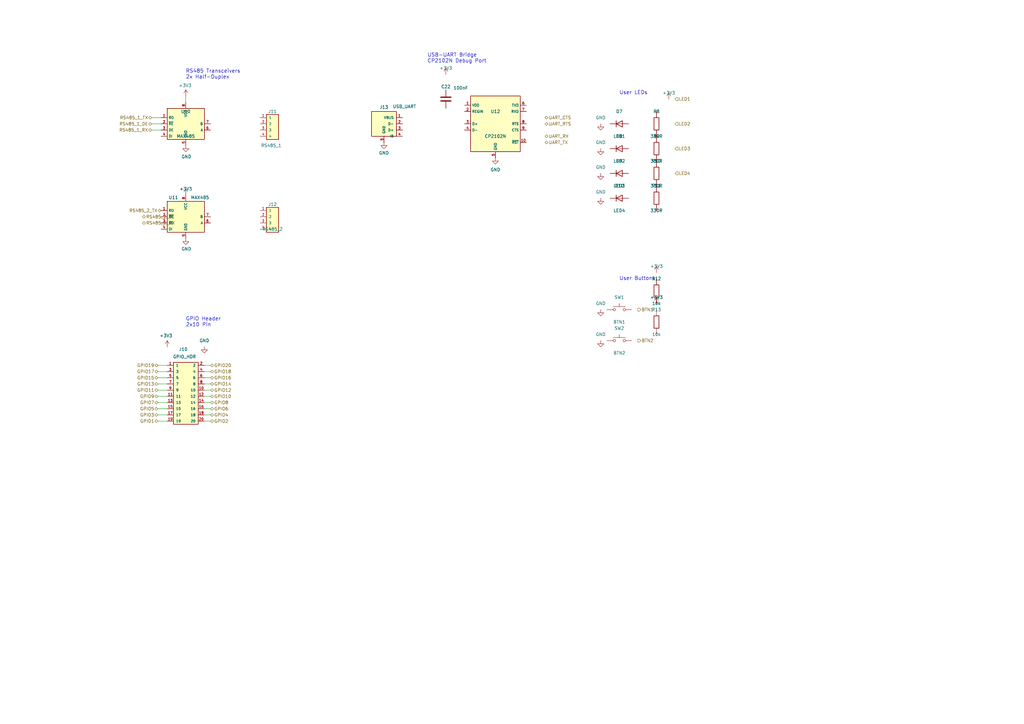
<source format=kicad_sch>
(kicad_sch (version 20250114) (generator "eeschema") (generator_version "9.0")
  (paper "A3")
  (title_block (title "Peripherals Subsystem") (date "2024-12-11") (rev "1.0") (company "fcBoard Project") (comment 1 "RS485, LEDs, Buttons, GPIO, UART") (comment 2 "Embedded Symbols - No External Library Required"))
  (lib_symbols
    (symbol "fcBoard_PERIPH:+3V3" (power) (pin_numbers (hide yes)) (pin_names (offset 0) (hide yes))
      (property "Value" "+3V3" (at 0 3.81 0))
      (symbol "+3V3_0_1"
        (polyline (pts (xy -0.762 1.27) (xy 0 2.54)))
        (polyline (pts (xy 0 2.54) (xy 0.762 1.27)))
        (polyline (pts (xy 0 0) (xy 0 2.54)))
      )
      (symbol "+3V3_1_1"
        (pin power_in line (at 0 0 90) (length 0) (name "~") (number "1"))
      )
    )
    (symbol "fcBoard_PERIPH:+5V" (power) (pin_numbers (hide yes)) (pin_names (offset 0) (hide yes))
      (property "Value" "+5V" (at 0 3.81 0))
      (symbol "+5V_0_1"
        (polyline (pts (xy -0.762 1.27) (xy 0 2.54)))
        (polyline (pts (xy 0 2.54) (xy 0.762 1.27)))
        (polyline (pts (xy 0 0) (xy 0 2.54)))
      )
      (symbol "+5V_1_1"
        (pin power_in line (at 0 0 90) (length 0) (name "~") (number "1"))
      )
    )
    (symbol "fcBoard_PERIPH:C" (pin_numbers (hide yes)) (pin_names (offset 0.254))
      (property "Reference" "C" (at 0.635 2.54 0))
      (property "Value" "C" (at 0.635 -2.54 0))
      (symbol "C_0_1"
        (polyline (pts (xy -2.032 0.762) (xy 2.032 0.762)) (stroke (width 0.508)))
        (polyline (pts (xy -2.032 -0.762) (xy 2.032 -0.762)) (stroke (width 0.508)))
      )
      (symbol "C_1_1"
        (pin passive line (at 0 3.81 270) (length 2.794) (name "~") (number "1"))
        (pin passive line (at 0 -3.81 90) (length 2.794) (name "~") (number "2"))
      )
    )
    (symbol "fcBoard_PERIPH:CP2102N"
      (property "Reference" "U" (at 0 15.24 0))
      (property "Value" "CP2102N" (at 0 12.7 0))
      (symbol "CP2102N_0_1"
        (rectangle (start -10.16 11.43) (end 10.16 -11.43) (stroke (width 0.254)) (fill (type background)))
      )
      (symbol "CP2102N_1_1"
        (pin power_in line (at -12.7 7.62 0) (length 2.54) (name "VDD") (number "1"))
        (pin power_in line (at -12.7 5.08 0) (length 2.54) (name "REGIN") (number "2"))
        (pin bidirectional line (at -12.7 0 0) (length 2.54) (name "D+") (number "3"))
        (pin bidirectional line (at -12.7 -2.54 0) (length 2.54) (name "D-") (number "4"))
        (pin power_in line (at 0 -13.97 90) (length 2.54) (name "GND") (number "5"))
        (pin output line (at 12.7 7.62 180) (length 2.54) (name "TXD") (number "6"))
        (pin input line (at 12.7 5.08 180) (length 2.54) (name "RXD") (number "7"))
        (pin output line (at 12.7 0 180) (length 2.54) (name "RTS") (number "8"))
        (pin input line (at 12.7 -2.54 180) (length 2.54) (name "CTS") (number "9"))
        (pin input line (at 12.7 -7.62 180) (length 2.54) (name "~{RST}") (number "10"))
      )
    )
    (symbol "fcBoard_PERIPH:Conn_01x04" (pin_names (offset 1.016))
      (property "Reference" "J" (at 0 5.08 0))
      (property "Value" "Conn_01x04" (at 0 -7.62 0))
      (symbol "Conn_01x04_0_1"
        (rectangle (start -2.54 3.81) (end 2.54 -6.35) (stroke (width 0.254)) (fill (type background)))
      )
      (symbol "Conn_01x04_1_1"
        (pin passive line (at -5.08 2.54 0) (length 2.54) (name "1") (number "1"))
        (pin passive line (at -5.08 0 0) (length 2.54) (name "2") (number "2"))
        (pin passive line (at -5.08 -2.54 0) (length 2.54) (name "3") (number "3"))
        (pin passive line (at -5.08 -5.08 0) (length 2.54) (name "4") (number "4"))
      )
    )
    (symbol "fcBoard_PERIPH:Conn_02x10" (pin_names (offset 1.016))
      (property "Reference" "J" (at 0 12.7 0))
      (property "Value" "Conn_02x10" (at 0 -15.24 0))
      (symbol "Conn_02x10_0_1"
        (rectangle (start -5.08 11.43) (end 5.08 -13.97) (stroke (width 0.254)) (fill (type background)))
      )
      (symbol "Conn_02x10_1_1"
        (pin passive line (at -7.62 10.16 0) (length 2.54) (name "1") (number "1"))
        (pin passive line (at -7.62 7.62 0) (length 2.54) (name "3") (number "3"))
        (pin passive line (at -7.62 5.08 0) (length 2.54) (name "5") (number "5"))
        (pin passive line (at -7.62 2.54 0) (length 2.54) (name "7") (number "7"))
        (pin passive line (at -7.62 0 0) (length 2.54) (name "9") (number "9"))
        (pin passive line (at -7.62 -2.54 0) (length 2.54) (name "11") (number "11"))
        (pin passive line (at -7.62 -5.08 0) (length 2.54) (name "13") (number "13"))
        (pin passive line (at -7.62 -7.62 0) (length 2.54) (name "15") (number "15"))
        (pin passive line (at -7.62 -10.16 0) (length 2.54) (name "17") (number "17"))
        (pin passive line (at -7.62 -12.7 0) (length 2.54) (name "19") (number "19"))
        (pin passive line (at 7.62 10.16 180) (length 2.54) (name "2") (number "2"))
        (pin passive line (at 7.62 7.62 180) (length 2.54) (name "4") (number "4"))
        (pin passive line (at 7.62 5.08 180) (length 2.54) (name "6") (number "6"))
        (pin passive line (at 7.62 2.54 180) (length 2.54) (name "8") (number "8"))
        (pin passive line (at 7.62 0 180) (length 2.54) (name "10") (number "10"))
        (pin passive line (at 7.62 -2.54 180) (length 2.54) (name "12") (number "12"))
        (pin passive line (at 7.62 -5.08 180) (length 2.54) (name "14") (number "14"))
        (pin passive line (at 7.62 -7.62 180) (length 2.54) (name "16") (number "16"))
        (pin passive line (at 7.62 -10.16 180) (length 2.54) (name "18") (number "18"))
        (pin passive line (at 7.62 -12.7 180) (length 2.54) (name "20") (number "20"))
      )
    )
    (symbol "fcBoard_PERIPH:GND" (power) (pin_numbers (hide yes)) (pin_names (offset 0) (hide yes))
      (property "Value" "GND" (at 0 -2.54 0))
      (symbol "GND_0_1"
        (polyline (pts (xy 0 0) (xy 0 -1.27) (xy 1.27 -1.27) (xy 0 -2.54) (xy -1.27 -1.27) (xy 0 -1.27)))
      )
      (symbol "GND_1_1"
        (pin power_in line (at 0 0 270) (length 0) (name "~") (number "1"))
      )
    )
    (symbol "fcBoard_PERIPH:LED" (pin_numbers (hide yes)) (pin_names (offset 1.016) (hide yes))
      (property "Reference" "D" (at 0 2.54 0))
      (property "Value" "LED" (at 0 -2.54 0))
      (symbol "LED_0_1"
        (polyline (pts (xy -1.27 0) (xy 1.27 0)))
        (polyline (pts (xy -1.27 -1.27) (xy -1.27 1.27)) (stroke (width 0.254)))
        (polyline (pts (xy 1.27 -1.27) (xy 1.27 1.27) (xy -1.27 0) (xy 1.27 -1.27)) (stroke (width 0.254)))
      )
      (symbol "LED_1_1"
        (pin passive line (at -3.81 0 0) (length 2.54) (name "K") (number "1"))
        (pin passive line (at 3.81 0 180) (length 2.54) (name "A") (number "2"))
      )
    )
    (symbol "fcBoard_PERIPH:MAX485"
      (property "Reference" "U" (at 0 10.16 0))
      (property "Value" "MAX485" (at 0 7.62 0))
      (symbol "MAX485_0_1"
        (rectangle (start -7.62 6.35) (end 7.62 -6.35) (stroke (width 0.254)) (fill (type background)))
      )
      (symbol "MAX485_1_1"
        (pin output line (at -10.16 2.54 0) (length 2.54) (name "RO") (number "1"))
        (pin input line (at -10.16 0 0) (length 2.54) (name "~{RE}") (number "2"))
        (pin input line (at -10.16 -2.54 0) (length 2.54) (name "DE") (number "3"))
        (pin input line (at -10.16 -5.08 0) (length 2.54) (name "DI") (number "4"))
        (pin power_in line (at 0 8.89 270) (length 2.54) (name "VCC") (number "8"))
        (pin power_in line (at 0 -8.89 90) (length 2.54) (name "GND") (number "5"))
        (pin bidirectional line (at 10.16 0 180) (length 2.54) (name "B") (number "7"))
        (pin bidirectional line (at 10.16 -2.54 180) (length 2.54) (name "A") (number "6"))
      )
    )
    (symbol "fcBoard_PERIPH:R" (pin_numbers (hide yes)) (pin_names (offset 0))
      (property "Reference" "R" (at 2.032 0 90))
      (property "Value" "R" (at 0 0 90))
      (symbol "R_0_1"
        (rectangle (start -1.016 -2.54) (end 1.016 2.54) (stroke (width 0.254)))
      )
      (symbol "R_1_1"
        (pin passive line (at 0 5.08 270) (length 2.54) (name "~") (number "1"))
        (pin passive line (at 0 -5.08 90) (length 2.54) (name "~") (number "2"))
      )
    )
    (symbol "fcBoard_PERIPH:SW_Push" (pin_numbers (hide yes)) (pin_names (offset 1.016) (hide yes))
      (property "Reference" "SW" (at 0 3.81 0))
      (property "Value" "SW_Push" (at 0 -2.54 0))
      (symbol "SW_Push_0_1"
        (polyline (pts (xy -2.54 1.27) (xy 2.54 1.27)))
        (circle (center -2.032 0) (radius 0.508))
        (polyline (pts (xy 0 1.27) (xy 0 2.54)))
        (circle (center 2.032 0) (radius 0.508))
      )
      (symbol "SW_Push_1_1"
        (pin passive line (at -5.08 0 0) (length 2.54) (name "1") (number "1"))
        (pin passive line (at 5.08 0 180) (length 2.54) (name "2") (number "2"))
      )
    )
    (symbol "fcBoard_PERIPH:USB_B_Micro" (pin_names (offset 1.016))
      (property "Reference" "J" (at 0 7.62 0))
      (property "Value" "USB_B_Micro" (at 0 -7.62 0))
      (symbol "USB_B_Micro_0_1"
        (rectangle (start -5.08 5.08) (end 5.08 -5.08) (stroke (width 0.254)) (fill (type background)))
      )
      (symbol "USB_B_Micro_1_1"
        (pin power_in line (at 0 -7.62 90) (length 2.54) (name "GND") (number "5"))
        (pin power_out line (at 7.62 2.54 180) (length 2.54) (name "VBUS") (number "1"))
        (pin bidirectional line (at 7.62 0 180) (length 2.54) (name "D-") (number "2"))
        (pin bidirectional line (at 7.62 -2.54 180) (length 2.54) (name "D+") (number "3"))
        (pin passive line (at 7.62 -5.08 180) (length 2.54) (name "ID") (number "4"))
      )
    )
  )
  (text "GPIO Header\n2x10 Pin" (at 76.2 132.08 0) (effects (font (size 1.5 1.5)) (justify left)))
  (text "User Buttons" (at 254 114.3 0) (effects (font (size 1.5 1.5)) (justify left)))
  (text "User LEDs" (at 254 38.1 0) (effects (font (size 1.5 1.5)) (justify left)))
  (text "USB-UART Bridge\nCP2102N Debug Port" (at 175.26 23.876 0) (effects (font (size 1.5 1.5)) (justify left)))
  (text "RS485 Transceivers\n2x Half-Duplex" (at 76.2 30.48 0) (effects (font (size 1.5 1.5)) (justify left)))
  (wire (pts (xy 76.2 39.37) (xy 76.2 41.91)))
  (wire (pts (xy 64.77 152.4) (xy 68.58 152.4)))
  (wire (pts (xy 86.36 162.56) (xy 83.82 162.56)))
  (wire (pts (xy 64.77 170.18) (xy 68.58 170.18)))
  (wire (pts (xy 86.36 165.1) (xy 83.82 165.1)))
  (wire (pts (xy 64.77 154.94) (xy 68.58 154.94)))
  (wire (pts (xy 86.36 167.64) (xy 83.82 167.64)))
  (wire (pts (xy 62.23 50.8) (xy 66.04 50.8)))
  (wire (pts (xy 64.77 149.86) (xy 68.58 149.86)))
  (wire (pts (xy 86.36 149.86) (xy 83.82 149.86)))
  (wire (pts (xy 64.77 162.56) (xy 68.58 162.56)))
  (wire (pts (xy 86.36 170.18) (xy 83.82 170.18)))
  (wire (pts (xy 86.36 152.4) (xy 83.82 152.4)))
  (wire (pts (xy 64.77 157.48) (xy 68.58 157.48)))
  (wire (pts (xy 86.36 172.72) (xy 83.82 172.72)))
  (wire (pts (xy 64.77 160.02) (xy 68.58 160.02)))
  (wire (pts (xy 64.77 165.1) (xy 68.58 165.1)))
  (wire (pts (xy 64.77 172.72) (xy 68.58 172.72)))
  (wire (pts (xy 86.36 157.48) (xy 83.82 157.48)))
  (wire (pts (xy 86.36 154.94) (xy 83.82 154.94)))
  (wire (pts (xy 86.36 160.02) (xy 83.82 160.02)))
  (wire (pts (xy 62.23 53.34) (xy 66.04 53.34)))
  (wire (pts (xy 64.77 167.64) (xy 68.58 167.64)))
  (wire (pts (xy 62.23 48.26) (xy 66.04 48.26)))
  (hierarchical_label "RS485_1_RX" (shape bidirectional) (at 62.23 53.34 180))
  (hierarchical_label "UART_RTS" (shape bidirectional) (at 223.52 50.8 0))
  (hierarchical_label "GPIO2" (shape bidirectional) (at 86.36 172.72 0))
  (hierarchical_label "RS485_2_RX" (shape bidirectional) (at 58.42 91.44 0))
  (hierarchical_label "GPIO14" (shape bidirectional) (at 86.36 157.48 0))
  (hierarchical_label "GPIO10" (shape bidirectional) (at 86.36 162.56 0))
  (hierarchical_label "GPIO20" (shape bidirectional) (at 86.36 149.86 0))
  (hierarchical_label "GPIO1" (shape bidirectional) (at 64.77 172.72 180))
  (hierarchical_label "LED1" (shape input) (at 276.86 40.64 0))
  (hierarchical_label "GPIO19" (shape bidirectional) (at 64.77 149.86 180))
  (hierarchical_label "GPIO11" (shape bidirectional) (at 64.77 160.02 180))
  (hierarchical_label "GPIO6" (shape bidirectional) (at 86.36 167.64 0))
  (hierarchical_label "GPIO4" (shape bidirectional) (at 86.36 170.18 0))
  (hierarchical_label "GPIO16" (shape bidirectional) (at 86.36 154.94 0))
  (hierarchical_label "LED4" (shape input) (at 276.86 71.12 0))
  (hierarchical_label "UART_CTS" (shape bidirectional) (at 223.52 48.26 0))
  (hierarchical_label "GPIO5" (shape bidirectional) (at 64.77 167.64 180))
  (hierarchical_label "GPIO17" (shape bidirectional) (at 64.77 152.4 180))
  (hierarchical_label "UART_RX" (shape bidirectional) (at 223.52 55.88 0))
  (hierarchical_label "UART_TX" (shape bidirectional) (at 223.52 58.42 0))
  (hierarchical_label "GPIO8" (shape bidirectional) (at 86.36 165.1 0))
  (hierarchical_label "BTN2" (shape output) (at 261.62 139.7 0))
  (hierarchical_label "LED2" (shape input) (at 276.86 50.8 0))
  (hierarchical_label "RS485_1_TX" (shape bidirectional) (at 62.23 48.26 180))
  (hierarchical_label "BTN1" (shape output) (at 261.62 127 0))
  (hierarchical_label "LED3" (shape input) (at 276.86 60.96 0))
  (hierarchical_label "GPIO15" (shape bidirectional) (at 64.77 154.94 180))
  (hierarchical_label "GPIO3" (shape bidirectional) (at 64.77 170.18 180))
  (hierarchical_label "RS485_1_DE" (shape bidirectional) (at 62.23 50.8 180))
  (hierarchical_label "GPIO7" (shape bidirectional) (at 64.77 165.1 180))
  (hierarchical_label "RS485_2_DE" (shape bidirectional) (at 58.42 88.9 0))
  (hierarchical_label "RS485_2_TX" (shape bidirectional) (at 66.04 86.36 180))
  (hierarchical_label "GPIO18" (shape bidirectional) (at 86.36 152.4 0))
  (hierarchical_label "GPIO9" (shape bidirectional) (at 64.77 162.56 180))
  (hierarchical_label "GPIO13" (shape bidirectional) (at 64.77 157.48 180))
  (hierarchical_label "GPIO12" (shape bidirectional) (at 86.36 160.02 0))
  (symbol (lib_id "fcBoard_PERIPH:GND") (at 83.82 142.24 0) (unit 1) (in_bom no)
    (property "Reference" "#PWR069" (effects (hide yes)))
    (property "Value" "GND" (at 83.82 139.7 0))
  )
  (symbol (lib_id "fcBoard_PERIPH:GND") (at 246.38 127 0) (unit 1) (in_bom no)
    (property "Reference" "#PWR077" (effects (hide yes)))
    (property "Value" "GND" (at 246.38 124.46 0))
  )
  (symbol (lib_id "fcBoard_PERIPH:R") (at 269.24 71.12 0) (unit 1)
    (property "Reference" "R10" (at 269.24 66.04 0))
    (property "Value" "330R" (at 269.24 76.2 0))
    (property "Footprint" "jlc_components:R0402" (effects (hide yes)))
    (property "LCSC Part" "C72038" (effects (hide yes)))
  )
  (symbol (lib_id "fcBoard_PERIPH:Conn_01x04") (at 111.76 88.9 0) (unit 1)
    (property "Reference" "J12" (at 111.76 83.82 0))
    (property "Value" "RS485_2" (at 111.76 93.98 0))
    (property "Footprint" "Connector_PinHeader_2.54mm:PinHeader_1x04_P2.54mm_Vertical" (effects (hide yes)))
  )
  (symbol (lib_id "fcBoard_PERIPH:C") (at 182.88 40.64 0) (unit 1)
    (property "Reference" "C22" (at 182.88 35.56 0))
    (property "Value" "100nF" (at 188.976 36.068 0))
    (property "Footprint" "jlc_components:C0402" (effects (hide yes)))
    (property "LCSC Part" "C11702" (effects (hide yes)))
  )
  (symbol (lib_id "fcBoard_PERIPH:GND") (at 157.48 58.42 0) (unit 1) (in_bom no)
    (property "Reference" "#PWR070" (effects (hide yes)))
    (property "Value" "GND" (at 157.48 62.738 0))
  )
  (symbol (lib_id "fcBoard_PERIPH:+3V3") (at 182.88 30.48 0) (unit 1) (in_bom no)
    (property "Reference" "#PWR071" (effects (hide yes)))
    (property "Value" "+3V3" (at 182.88 27.94 0))
  )
  (symbol (lib_id "fcBoard_PERIPH:USB_B_Micro") (at 157.48 50.8 0) (unit 1)
    (property "Reference" "J13" (at 157.48 43.942 0))
    (property "Value" "USB_UART" (at 165.862 43.688 0))
    (property "Footprint" "Connector_USB:USB_Micro-B_Molex_47346-0001" (effects (hide yes)))
  )
  (symbol (lib_id "fcBoard_PERIPH:GND") (at 203.2 64.77 0) (unit 1) (in_bom no)
    (property "Reference" "#PWR072" (effects (hide yes)))
    (property "Value" "GND" (at 203.2 69.596 0))
  )
  (symbol (lib_id "fcBoard_PERIPH:GND") (at 246.38 139.7 0) (unit 1) (in_bom no)
    (property "Reference" "#PWR078" (effects (hide yes)))
    (property "Value" "GND" (at 246.38 137.16 0))
  )
  (symbol (lib_id "fcBoard_PERIPH:R") (at 269.24 60.96 0) (unit 1)
    (property "Reference" "R9" (at 269.24 55.88 0))
    (property "Value" "330R" (at 269.24 66.04 0))
    (property "Footprint" "jlc_components:R0402" (effects (hide yes)))
    (property "LCSC Part" "C72038" (effects (hide yes)))
  )
  (symbol (lib_id "fcBoard_PERIPH:GND") (at 246.38 71.12 0) (unit 1) (in_bom no)
    (property "Reference" "#PWR075" (effects (hide yes)))
    (property "Value" "GND" (at 246.38 68.58 0))
  )
  (symbol (lib_id "fcBoard_PERIPH:+3V3") (at 76.2 80.01 0) (unit 1) (in_bom no)
    (property "Reference" "#PWR067" (effects (hide yes)))
    (property "Value" "+3V3" (at 76.2 77.47 0))
  )
  (symbol (lib_id "fcBoard_PERIPH:LED") (at 254 60.96 0) (unit 1)
    (property "Reference" "D8" (at 254 55.88 0))
    (property "Value" "LED2" (at 254 66.04 0))
    (property "Footprint" "jlc_components:LED0603-RD" (effects (hide yes)))
    (property "LCSC Part" "C2286" (effects (hide yes)))
  )
  (symbol (lib_id "fcBoard_PERIPH:+3V3") (at 76.2 39.37 0) (unit 1) (in_bom no)
    (property "Reference" "#PWR065" (effects (hide yes)))
    (property "Value" "+3V3" (at 75.946 35.052 0))
  )
  (symbol (lib_id "fcBoard_PERIPH:Conn_01x04") (at 111.76 50.8 0) (unit 1)
    (property "Reference" "J11" (at 111.76 45.72 0))
    (property "Value" "RS485_1" (at 111.252 59.69 0))
    (property "Footprint" "Connector_PinHeader_2.54mm:PinHeader_1x04_P2.54mm_Vertical" (effects (hide yes)))
  )
  (symbol (lib_id "fcBoard_PERIPH:R") (at 269.24 50.8 0) (unit 1)
    (property "Reference" "R8" (at 269.24 45.72 0))
    (property "Value" "330R" (at 269.24 55.88 0))
    (property "Footprint" "jlc_components:R0402" (effects (hide yes)))
    (property "LCSC Part" "C72038" (effects (hide yes)))
  )
  (symbol (lib_id "fcBoard_PERIPH:LED") (at 254 81.28 0) (unit 1)
    (property "Reference" "D10" (at 254 76.2 0))
    (property "Value" "LED4" (at 254 86.36 0))
    (property "Footprint" "jlc_components:LED0603-RD" (effects (hide yes)))
    (property "LCSC Part" "C2286" (effects (hide yes)))
  )
  (symbol (lib_id "fcBoard_PERIPH:GND") (at 76.2 97.79 0) (unit 1) (in_bom no)
    (property "Reference" "#PWR068" (effects (hide yes)))
    (property "Value" "GND" (at 76.454 102.108 0))
  )
  (symbol (lib_id "fcBoard_PERIPH:+3V3") (at 269.24 124.46 0) (unit 1) (in_bom no)
    (property "Reference" "#PWR080" (effects (hide yes)))
    (property "Value" "+3V3" (at 269.24 121.92 0))
  )
  (symbol (lib_id "fcBoard_PERIPH:MAX485") (at 76.2 88.9 0) (unit 1)
    (property "Reference" "U11" (at 71.12 81.026 0))
    (property "Value" "MAX485" (at 82.042 81.026 0))
    (property "Footprint" "Package_SO:SOIC-8_3.9x4.9mm_P1.27mm" (effects (hide yes)))
  )
  (symbol (lib_id "fcBoard_PERIPH:GND") (at 246.38 81.28 0) (unit 1) (in_bom no)
    (property "Reference" "#PWR076" (effects (hide yes)))
    (property "Value" "GND" (at 246.38 78.74 0))
  )
  (symbol (lib_id "fcBoard_PERIPH:R") (at 269.24 81.28 0) (unit 1)
    (property "Reference" "R11" (at 269.24 76.2 0))
    (property "Value" "330R" (at 269.24 86.36 0))
    (property "Footprint" "jlc_components:R0402" (effects (hide yes)))
    (property "LCSC Part" "C72038" (effects (hide yes)))
  )
  (symbol (lib_id "fcBoard_PERIPH:GND") (at 246.38 50.8 0) (unit 1) (in_bom no)
    (property "Reference" "#PWR073" (effects (hide yes)))
    (property "Value" "GND" (at 246.38 48.26 0))
  )
  (symbol (lib_id "fcBoard_PERIPH:GND") (at 246.38 60.96 0) (unit 1) (in_bom no)
    (property "Reference" "#PWR074" (effects (hide yes)))
    (property "Value" "GND" (at 246.38 58.42 0))
  )
  (symbol (lib_id "fcBoard_PERIPH:R") (at 269.24 132.08 0) (unit 1)
    (property "Reference" "R13" (at 269.24 127 0))
    (property "Value" "10k" (at 269.24 137.16 0))
    (property "Footprint" "jlc_components:R0402" (effects (hide yes)))
  )
  (symbol (lib_id "fcBoard_PERIPH:SW_Push") (at 254 139.7 0) (unit 1)
    (property "Reference" "SW2" (at 254 134.62 0))
    (property "Value" "BTN2" (at 254 144.78 0))
    (property "Footprint" "Button_Switch_SMD:SW_SPST_TL3342" (effects (hide yes)))
  )
  (symbol (lib_id "fcBoard_PERIPH:CP2102N") (at 203.2 50.8 0) (unit 1)
    (property "Reference" "U12" (at 203.2 45.72 0))
    (property "Value" "CP2102N" (at 203.2 55.88 0))
    (property "Footprint" "Package_DFN_QFN:QFN-28-1EP_5x5mm_P0.5mm" (effects (hide yes)))
  )
  (symbol (lib_id "fcBoard_PERIPH:LED") (at 254 71.12 0) (unit 1)
    (property "Reference" "D9" (at 254 66.04 0))
    (property "Value" "LED3" (at 254 76.2 0))
    (property "Footprint" "jlc_components:LED0603-RD" (effects (hide yes)))
    (property "LCSC Part" "C2286" (effects (hide yes)))
  )
  (symbol (lib_id "fcBoard_PERIPH:LED") (at 254 50.8 0) (unit 1)
    (property "Reference" "D7" (at 254 45.72 0))
    (property "Value" "LED1" (at 254 55.88 0))
    (property "Footprint" "jlc_components:LED0603-RD" (effects (hide yes)))
    (property "LCSC Part" "C2286" (effects (hide yes)))
  )
  (symbol (lib_id "fcBoard_PERIPH:+3V3") (at 68.58 142.24 0) (unit 1) (in_bom no)
    (property "Reference" "#PWR064" (effects (hide yes)))
    (property "Value" "+3V3" (at 68.072 137.668 0))
  )
  (symbol (lib_id "fcBoard_PERIPH:MAX485") (at 76.2 50.8 0) (unit 1)
    (property "Reference" "U10" (at 76.2 45.72 0))
    (property "Value" "MAX485" (at 76.2 55.88 0))
    (property "Footprint" "Package_SO:SOIC-8_3.9x4.9mm_P1.27mm" (effects (hide yes)))
  )
  (symbol (lib_id "fcBoard_PERIPH:+3V3") (at 274.32 40.64 0) (unit 1) (in_bom no)
    (property "Reference" "#PWR081" (effects (hide yes)))
    (property "Value" "+3V3" (at 274.32 38.1 0))
  )
  (symbol (lib_id "fcBoard_PERIPH:SW_Push") (at 254 127 0) (unit 1)
    (property "Reference" "SW1" (at 254 121.92 0))
    (property "Value" "BTN1" (at 254 132.08 0))
    (property "Footprint" "Button_Switch_SMD:SW_SPST_TL3342" (effects (hide yes)))
  )
  (symbol (lib_id "fcBoard_PERIPH:+3V3") (at 269.24 111.76 0) (unit 1) (in_bom no)
    (property "Reference" "#PWR079" (effects (hide yes)))
    (property "Value" "+3V3" (at 269.24 109.22 0))
  )
  (symbol (lib_id "fcBoard_PERIPH:GND") (at 76.2 59.69 0) (unit 1) (in_bom no)
    (property "Reference" "#PWR066" (effects (hide yes)))
    (property "Value" "GND" (at 76.454 64.262 0))
  )
  (symbol (lib_id "fcBoard_PERIPH:Conn_02x10") (at 76.2 160.02 0) (unit 1)
    (property "Reference" "J10" (at 75.184 143.256 0))
    (property "Value" "GPIO_HDR" (at 75.692 146.304 0))
    (property "Footprint" "Connector_PinHeader_2.54mm:PinHeader_2x10_P2.54mm_Vertical" (effects (hide yes)))
  )
  (symbol (lib_id "fcBoard_PERIPH:R") (at 269.24 119.38 0) (unit 1)
    (property "Reference" "R12" (at 269.24 114.3 0))
    (property "Value" "10k" (at 269.24 124.46 0))
    (property "Footprint" "jlc_components:R0402" (effects (hide yes)))
  )
)
</source>
